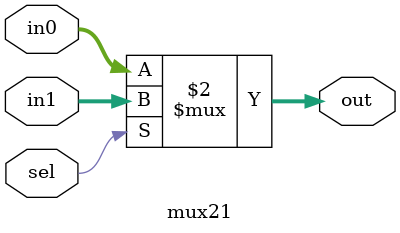
<source format=v>
`timescale 1ns / 1ps
module mux21(in0,in1,sel,out);
	input [3:0] in0;
	input [3:0] in1;
	input sel;
	
	output [3:0] out;
	
	assign out = (sel==0) ? in0 : in1;

endmodule

</source>
